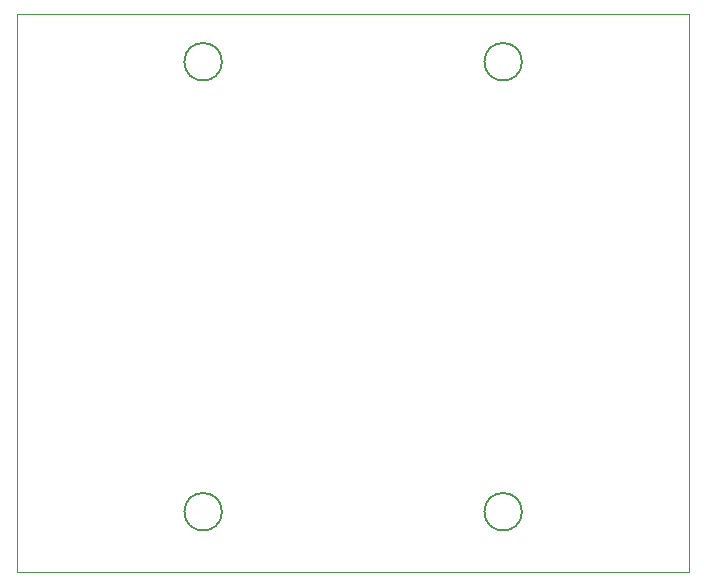
<source format=gbr>
%TF.GenerationSoftware,KiCad,Pcbnew,(5.1.9)-1*%
%TF.CreationDate,2021-05-25T19:19:14-07:00*%
%TF.ProjectId,VacuumSensor,56616375-756d-4536-956e-736f722e6b69,rev?*%
%TF.SameCoordinates,Original*%
%TF.FileFunction,Profile,NP*%
%FSLAX46Y46*%
G04 Gerber Fmt 4.6, Leading zero omitted, Abs format (unit mm)*
G04 Created by KiCad (PCBNEW (5.1.9)-1) date 2021-05-25 19:19:14*
%MOMM*%
%LPD*%
G01*
G04 APERTURE LIST*
%TA.AperFunction,Profile*%
%ADD10C,0.150000*%
%TD*%
%TA.AperFunction,Profile*%
%ADD11C,0.050000*%
%TD*%
G04 APERTURE END LIST*
D10*
X118935500Y-121920000D02*
G75*
G03*
X118935500Y-121920000I-1587500J0D01*
G01*
X93535500Y-121920000D02*
G75*
G03*
X93535500Y-121920000I-1587500J0D01*
G01*
X118935500Y-83820000D02*
G75*
G03*
X118935500Y-83820000I-1587500J0D01*
G01*
X93538040Y-83820000D02*
G75*
G03*
X93538040Y-83820000I-1590040J0D01*
G01*
D11*
X76200000Y-79756000D02*
X133096000Y-79756000D01*
X133096000Y-127000000D02*
X133096000Y-79756000D01*
X76200000Y-127000000D02*
X76200000Y-79756000D01*
X76200000Y-127000000D02*
X133096000Y-127000000D01*
M02*

</source>
